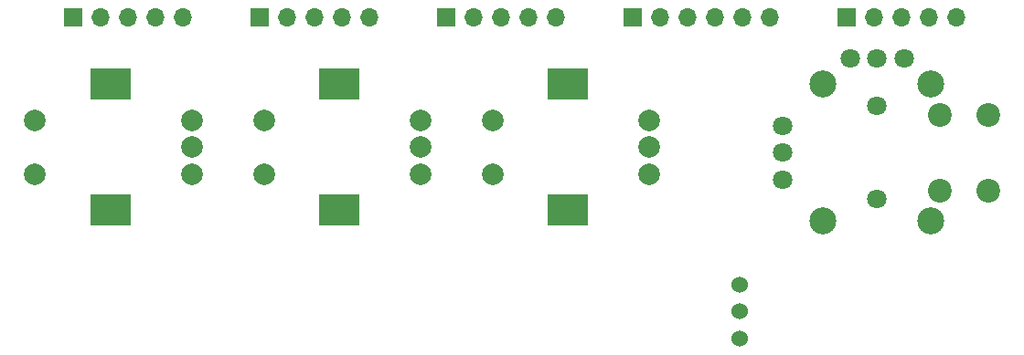
<source format=gbs>
%TF.GenerationSoftware,KiCad,Pcbnew,7.0.5*%
%TF.CreationDate,2023-06-27T19:09:39+08:00*%
%TF.ProjectId,UINIO-Keyboard,55494e49-4f2d-44b6-9579-626f6172642e,Version 3.0.0*%
%TF.SameCoordinates,Original*%
%TF.FileFunction,Soldermask,Bot*%
%TF.FilePolarity,Negative*%
%FSLAX46Y46*%
G04 Gerber Fmt 4.6, Leading zero omitted, Abs format (unit mm)*
G04 Created by KiCad (PCBNEW 7.0.5) date 2023-06-27 19:09:39*
%MOMM*%
%LPD*%
G01*
G04 APERTURE LIST*
%ADD10C,2.000000*%
%ADD11R,3.800000X3.000000*%
%ADD12R,1.700000X1.700000*%
%ADD13O,1.700000X1.700000*%
%ADD14C,1.800000*%
%ADD15C,2.500000*%
%ADD16C,2.200000*%
%ADD17C,1.524000*%
G04 APERTURE END LIST*
D10*
%TO.C,U2*%
X117561000Y-66600000D03*
X117561000Y-64100000D03*
X117561000Y-61600000D03*
X103061000Y-61600000D03*
X103061000Y-66600000D03*
D11*
X110061000Y-69950000D03*
X110061000Y-58250000D03*
%TD*%
D12*
%TO.C,J5*%
X141085000Y-52100000D03*
D13*
X143625000Y-52100000D03*
X146165000Y-52100000D03*
X148705000Y-52100000D03*
X151245000Y-52100000D03*
%TD*%
D10*
%TO.C,U3*%
X138730000Y-66600000D03*
X138730000Y-64100000D03*
X138730000Y-61600000D03*
X124230000Y-61600000D03*
X124230000Y-66600000D03*
D11*
X131230000Y-69950000D03*
X131230000Y-58250000D03*
%TD*%
D12*
%TO.C,J3*%
X123812500Y-52100000D03*
D13*
X126352500Y-52100000D03*
X128892500Y-52100000D03*
X131432500Y-52100000D03*
X133972500Y-52100000D03*
%TD*%
D10*
%TO.C,U4*%
X159899000Y-66600000D03*
X159899000Y-64100000D03*
X159899000Y-61600000D03*
X145399000Y-61600000D03*
X145399000Y-66600000D03*
D11*
X152399000Y-69950000D03*
X152399000Y-58250000D03*
%TD*%
D14*
%TO.C,SW2*%
X181008000Y-68901000D03*
X181008000Y-60301000D03*
X183508000Y-55871000D03*
X181008000Y-55871000D03*
X178508000Y-55871000D03*
X172278000Y-62101000D03*
X172278000Y-64600000D03*
X172278000Y-67101000D03*
D15*
X176008000Y-70925000D03*
X186008000Y-70925000D03*
X186008000Y-58275000D03*
X176008000Y-58275000D03*
D16*
X186800000Y-68120000D03*
X191300000Y-68120000D03*
X186800000Y-61120000D03*
X191300000Y-61120000D03*
%TD*%
D12*
%TO.C,J2*%
X106540000Y-52100000D03*
D13*
X109080000Y-52100000D03*
X111620000Y-52100000D03*
X114160000Y-52100000D03*
X116700000Y-52100000D03*
%TD*%
D17*
%TO.C,SW1*%
X168290000Y-81840000D03*
X168290000Y-79340000D03*
X168290000Y-76840000D03*
%TD*%
D12*
%TO.C,J4*%
X178180000Y-52100000D03*
D13*
X180720000Y-52100000D03*
X183260000Y-52100000D03*
X185800000Y-52100000D03*
X188340000Y-52100000D03*
%TD*%
D12*
%TO.C,J1*%
X158357500Y-52100000D03*
D13*
X160897500Y-52100000D03*
X163437500Y-52100000D03*
X165977500Y-52100000D03*
X168517500Y-52100000D03*
X171057500Y-52100000D03*
%TD*%
M02*

</source>
